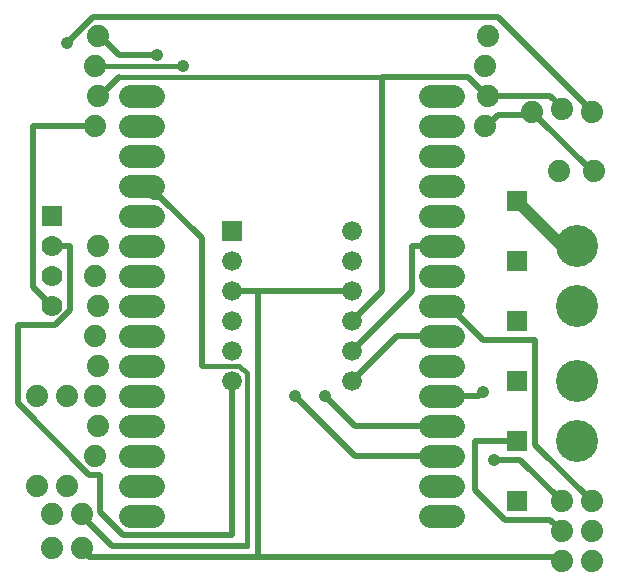
<source format=gbl>
G75*
%MOIN*%
%OFA0B0*%
%FSLAX25Y25*%
%IPPOS*%
%LPD*%
%AMOC8*
5,1,8,0,0,1.08239X$1,22.5*
%
%ADD10C,0.07400*%
%ADD11R,0.06600X0.06600*%
%ADD12C,0.06600*%
%ADD13C,0.07600*%
%ADD14C,0.14000*%
%ADD15C,0.07000*%
%ADD16R,0.07000X0.07000*%
%ADD17C,0.02000*%
%ADD18C,0.01600*%
%ADD19C,0.04165*%
%ADD20C,0.04000*%
D10*
X0106000Y0070300D03*
X0116000Y0070300D03*
X0116000Y0081700D03*
X0106000Y0081700D03*
X0101000Y0091000D03*
X0111000Y0091000D03*
X0120500Y0101000D03*
X0121500Y0111000D03*
X0120500Y0121000D03*
X0111000Y0121000D03*
X0101000Y0121000D03*
X0121500Y0131000D03*
X0120500Y0141000D03*
X0121500Y0151000D03*
X0120500Y0161000D03*
X0121500Y0171000D03*
X0120500Y0211000D03*
X0121500Y0221000D03*
X0120500Y0231000D03*
X0121500Y0241000D03*
X0250500Y0231000D03*
X0251500Y0221000D03*
X0250500Y0211000D03*
X0266000Y0215500D03*
X0276000Y0216500D03*
X0286000Y0215500D03*
X0286700Y0196000D03*
X0275300Y0196000D03*
X0251500Y0241000D03*
X0276000Y0086000D03*
X0286000Y0086000D03*
X0286000Y0076000D03*
X0286000Y0066000D03*
X0276000Y0066000D03*
X0276000Y0076000D03*
D11*
X0166000Y0176000D03*
D12*
X0166000Y0166000D03*
X0166000Y0156000D03*
X0166000Y0146000D03*
X0166000Y0136000D03*
X0166000Y0126000D03*
X0206000Y0126000D03*
X0206000Y0136000D03*
X0206000Y0146000D03*
X0206000Y0156000D03*
X0206000Y0166000D03*
X0206000Y0176000D03*
D13*
X0232200Y0171000D02*
X0239800Y0171000D01*
X0239800Y0161000D02*
X0232200Y0161000D01*
X0232200Y0151000D02*
X0239800Y0151000D01*
X0239800Y0141000D02*
X0232200Y0141000D01*
X0232200Y0131000D02*
X0239800Y0131000D01*
X0239800Y0121000D02*
X0232200Y0121000D01*
X0232200Y0111000D02*
X0239800Y0111000D01*
X0239800Y0101000D02*
X0232200Y0101000D01*
X0232200Y0091000D02*
X0239800Y0091000D01*
X0239800Y0081000D02*
X0232200Y0081000D01*
X0139800Y0081000D02*
X0132200Y0081000D01*
X0132200Y0091000D02*
X0139800Y0091000D01*
X0139800Y0101000D02*
X0132200Y0101000D01*
X0132200Y0111000D02*
X0139800Y0111000D01*
X0139800Y0121000D02*
X0132200Y0121000D01*
X0132200Y0131000D02*
X0139800Y0131000D01*
X0139800Y0141000D02*
X0132200Y0141000D01*
X0132200Y0151000D02*
X0139800Y0151000D01*
X0139800Y0161000D02*
X0132200Y0161000D01*
X0132200Y0171000D02*
X0139800Y0171000D01*
X0139800Y0181000D02*
X0132200Y0181000D01*
X0132200Y0191000D02*
X0139800Y0191000D01*
X0139800Y0201000D02*
X0132200Y0201000D01*
X0132200Y0211000D02*
X0139800Y0211000D01*
X0139800Y0221000D02*
X0132200Y0221000D01*
X0232200Y0221000D02*
X0239800Y0221000D01*
X0239800Y0211000D02*
X0232200Y0211000D01*
X0232200Y0201000D02*
X0239800Y0201000D01*
X0239800Y0191000D02*
X0232200Y0191000D01*
X0232200Y0181000D02*
X0239800Y0181000D01*
D14*
X0281000Y0171000D03*
X0281000Y0151000D03*
X0281000Y0126000D03*
X0281000Y0106000D03*
D15*
X0106000Y0151000D03*
X0106000Y0161000D03*
X0106000Y0171000D03*
D16*
X0106000Y0181000D03*
X0261000Y0186000D03*
X0261000Y0166000D03*
X0261000Y0146000D03*
X0261000Y0126000D03*
X0261000Y0106000D03*
X0261000Y0086000D03*
D17*
X0257250Y0079750D02*
X0247250Y0089750D01*
X0247250Y0106000D01*
X0261000Y0106000D01*
X0262250Y0099750D02*
X0253500Y0099750D01*
X0262250Y0099750D02*
X0276000Y0086000D01*
X0272250Y0079750D02*
X0257250Y0079750D01*
X0272250Y0079750D02*
X0276000Y0076000D01*
X0274750Y0067250D02*
X0174750Y0067250D01*
X0118500Y0067250D01*
X0116000Y0069750D01*
X0116000Y0070300D01*
X0126000Y0071000D02*
X0116000Y0081000D01*
X0116000Y0081700D01*
X0122250Y0082250D02*
X0122250Y0094750D01*
X0118500Y0094750D01*
X0094750Y0118500D01*
X0094750Y0144750D01*
X0107250Y0144750D01*
X0112250Y0149750D01*
X0112250Y0171000D01*
X0106000Y0171000D01*
X0099750Y0157250D02*
X0099750Y0211000D01*
X0120500Y0211000D01*
X0121500Y0221000D02*
X0122250Y0221000D01*
X0128500Y0227250D01*
X0128500Y0234750D02*
X0141000Y0234750D01*
X0128500Y0234750D02*
X0122250Y0241000D01*
X0121500Y0241000D01*
X0119750Y0247250D02*
X0254750Y0247250D01*
X0286000Y0216000D01*
X0286000Y0215500D01*
X0276000Y0216500D02*
X0276000Y0217250D01*
X0272250Y0221000D01*
X0251500Y0221000D01*
X0251000Y0221000D01*
X0244750Y0227250D01*
X0216000Y0227250D01*
X0216000Y0156000D01*
X0206000Y0146000D01*
X0206000Y0156000D02*
X0174750Y0156000D01*
X0174750Y0067250D01*
X0171000Y0071000D02*
X0126000Y0071000D01*
X0129750Y0074750D02*
X0122250Y0082250D01*
X0129750Y0074750D02*
X0166000Y0074750D01*
X0166000Y0126000D01*
X0156000Y0131000D02*
X0156000Y0173500D01*
X0142250Y0187250D01*
X0139750Y0187250D01*
X0136000Y0191000D01*
X0166000Y0156000D02*
X0174750Y0156000D01*
X0206000Y0136000D02*
X0226000Y0156000D01*
X0226000Y0171000D01*
X0236000Y0171000D01*
X0236000Y0151000D02*
X0238500Y0151000D01*
X0249750Y0139750D01*
X0267250Y0139750D01*
X0267250Y0104750D01*
X0286000Y0086000D01*
X0274750Y0067250D02*
X0276000Y0066000D01*
X0236000Y0101000D02*
X0207250Y0101000D01*
X0187250Y0121000D01*
X0197250Y0121000D02*
X0207250Y0111000D01*
X0236000Y0111000D01*
X0236000Y0121000D02*
X0248500Y0121000D01*
X0249750Y0122250D01*
X0236000Y0141000D02*
X0221000Y0141000D01*
X0206000Y0126000D01*
X0286000Y0196000D02*
X0286700Y0196000D01*
X0286000Y0196000D02*
X0267250Y0214750D01*
X0266000Y0214750D01*
X0266000Y0215500D01*
X0266000Y0214750D02*
X0254750Y0214750D01*
X0251000Y0211000D01*
X0250500Y0211000D01*
X0119750Y0247250D02*
X0111000Y0238500D01*
X0099750Y0157250D02*
X0106000Y0151000D01*
D18*
X0156000Y0131000D02*
X0168500Y0131000D01*
X0171000Y0128500D01*
X0171000Y0071000D01*
X0128500Y0227250D02*
X0216000Y0227250D01*
X0149750Y0231000D02*
X0120500Y0231000D01*
D19*
X0111000Y0238500D03*
X0141000Y0234750D03*
X0149750Y0231000D03*
X0187250Y0121000D03*
X0197250Y0121000D03*
X0249750Y0122250D03*
X0253500Y0099750D03*
D20*
X0276000Y0171000D02*
X0281000Y0171000D01*
X0276000Y0171000D02*
X0261000Y0186000D01*
M02*

</source>
